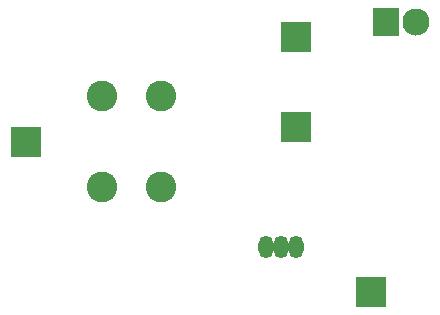
<source format=gbr>
G04 #@! TF.FileFunction,Soldermask,Bot*
%FSLAX46Y46*%
G04 Gerber Fmt 4.6, Leading zero omitted, Abs format (unit mm)*
G04 Created by KiCad (PCBNEW 4.0.2-stable) date 2016 April 06, Wednesday 21:37:21*
%MOMM*%
G01*
G04 APERTURE LIST*
%ADD10C,0.100000*%
%ADD11R,2.300000X2.400000*%
%ADD12C,2.300000*%
%ADD13R,2.635200X2.635200*%
%ADD14O,1.299160X1.901140*%
%ADD15C,2.599640*%
G04 APERTURE END LIST*
D10*
D11*
X170180000Y-96520000D03*
D12*
X172720000Y-96520000D03*
D13*
X162560000Y-97790000D03*
X162560000Y-105410000D03*
D14*
X161290000Y-115570000D03*
X162560000Y-115570000D03*
X160020000Y-115570000D03*
D15*
X146090640Y-110530640D03*
X151089360Y-110530640D03*
X151089360Y-102829360D03*
X146090640Y-102829360D03*
D13*
X139700000Y-106680000D03*
X168910000Y-119380000D03*
M02*

</source>
